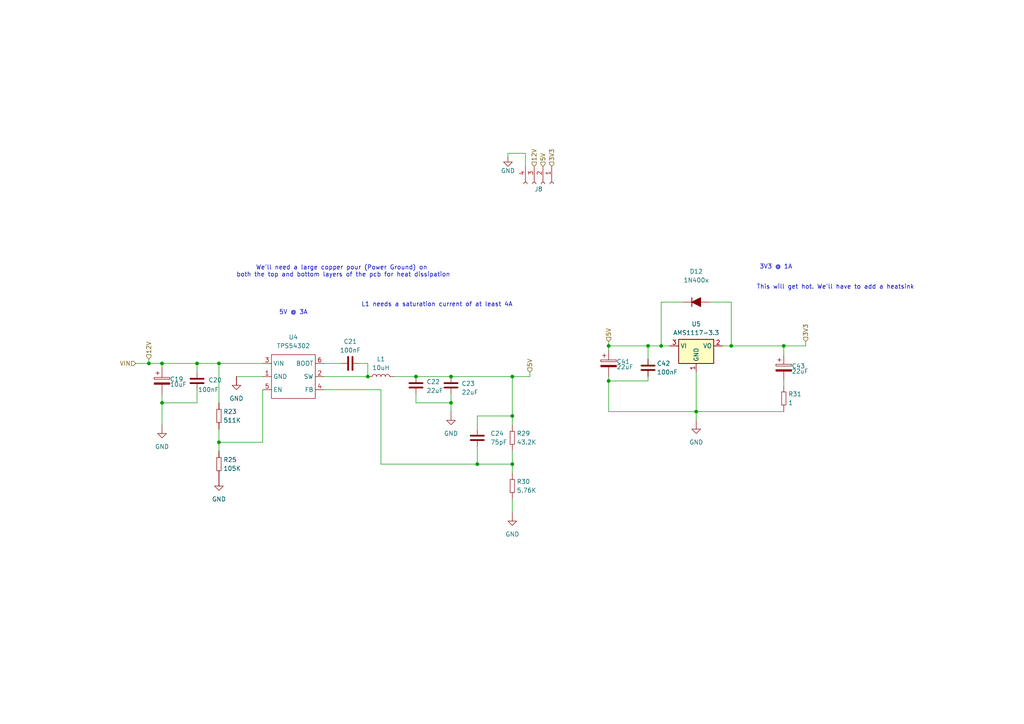
<source format=kicad_sch>
(kicad_sch
	(version 20250114)
	(generator "eeschema")
	(generator_version "9.0")
	(uuid "76272da4-bb58-4f13-b248-9adc2ce9be6a")
	(paper "A4")
	(lib_symbols
		(symbol "Connector:Conn_01x04_Socket"
			(pin_names
				(offset 1.016)
				(hide yes)
			)
			(exclude_from_sim no)
			(in_bom yes)
			(on_board yes)
			(property "Reference" "J"
				(at 0 5.08 0)
				(effects
					(font
						(size 1.27 1.27)
					)
				)
			)
			(property "Value" "Conn_01x04_Socket"
				(at 0 -7.62 0)
				(effects
					(font
						(size 1.27 1.27)
					)
				)
			)
			(property "Footprint" ""
				(at 0 0 0)
				(effects
					(font
						(size 1.27 1.27)
					)
					(hide yes)
				)
			)
			(property "Datasheet" "~"
				(at 0 0 0)
				(effects
					(font
						(size 1.27 1.27)
					)
					(hide yes)
				)
			)
			(property "Description" "Generic connector, single row, 01x04, script generated"
				(at 0 0 0)
				(effects
					(font
						(size 1.27 1.27)
					)
					(hide yes)
				)
			)
			(property "ki_locked" ""
				(at 0 0 0)
				(effects
					(font
						(size 1.27 1.27)
					)
				)
			)
			(property "ki_keywords" "connector"
				(at 0 0 0)
				(effects
					(font
						(size 1.27 1.27)
					)
					(hide yes)
				)
			)
			(property "ki_fp_filters" "Connector*:*_1x??_*"
				(at 0 0 0)
				(effects
					(font
						(size 1.27 1.27)
					)
					(hide yes)
				)
			)
			(symbol "Conn_01x04_Socket_1_1"
				(polyline
					(pts
						(xy -1.27 2.54) (xy -0.508 2.54)
					)
					(stroke
						(width 0.1524)
						(type default)
					)
					(fill
						(type none)
					)
				)
				(polyline
					(pts
						(xy -1.27 0) (xy -0.508 0)
					)
					(stroke
						(width 0.1524)
						(type default)
					)
					(fill
						(type none)
					)
				)
				(polyline
					(pts
						(xy -1.27 -2.54) (xy -0.508 -2.54)
					)
					(stroke
						(width 0.1524)
						(type default)
					)
					(fill
						(type none)
					)
				)
				(polyline
					(pts
						(xy -1.27 -5.08) (xy -0.508 -5.08)
					)
					(stroke
						(width 0.1524)
						(type default)
					)
					(fill
						(type none)
					)
				)
				(arc
					(start 0 2.032)
					(mid -0.5058 2.54)
					(end 0 3.048)
					(stroke
						(width 0.1524)
						(type default)
					)
					(fill
						(type none)
					)
				)
				(arc
					(start 0 -0.508)
					(mid -0.5058 0)
					(end 0 0.508)
					(stroke
						(width 0.1524)
						(type default)
					)
					(fill
						(type none)
					)
				)
				(arc
					(start 0 -3.048)
					(mid -0.5058 -2.54)
					(end 0 -2.032)
					(stroke
						(width 0.1524)
						(type default)
					)
					(fill
						(type none)
					)
				)
				(arc
					(start 0 -5.588)
					(mid -0.5058 -5.08)
					(end 0 -4.572)
					(stroke
						(width 0.1524)
						(type default)
					)
					(fill
						(type none)
					)
				)
				(pin passive line
					(at -5.08 2.54 0)
					(length 3.81)
					(name "Pin_1"
						(effects
							(font
								(size 1.27 1.27)
							)
						)
					)
					(number "1"
						(effects
							(font
								(size 1.27 1.27)
							)
						)
					)
				)
				(pin passive line
					(at -5.08 0 0)
					(length 3.81)
					(name "Pin_2"
						(effects
							(font
								(size 1.27 1.27)
							)
						)
					)
					(number "2"
						(effects
							(font
								(size 1.27 1.27)
							)
						)
					)
				)
				(pin passive line
					(at -5.08 -2.54 0)
					(length 3.81)
					(name "Pin_3"
						(effects
							(font
								(size 1.27 1.27)
							)
						)
					)
					(number "3"
						(effects
							(font
								(size 1.27 1.27)
							)
						)
					)
				)
				(pin passive line
					(at -5.08 -5.08 0)
					(length 3.81)
					(name "Pin_4"
						(effects
							(font
								(size 1.27 1.27)
							)
						)
					)
					(number "4"
						(effects
							(font
								(size 1.27 1.27)
							)
						)
					)
				)
			)
			(embedded_fonts no)
		)
		(symbol "Device:C_Polarized"
			(pin_numbers
				(hide yes)
			)
			(pin_names
				(offset 0.254)
			)
			(exclude_from_sim no)
			(in_bom yes)
			(on_board yes)
			(property "Reference" "C"
				(at 0.635 2.54 0)
				(effects
					(font
						(size 1.27 1.27)
					)
					(justify left)
				)
			)
			(property "Value" "C_Polarized"
				(at 0.635 -2.54 0)
				(effects
					(font
						(size 1.27 1.27)
					)
					(justify left)
				)
			)
			(property "Footprint" ""
				(at 0.9652 -3.81 0)
				(effects
					(font
						(size 1.27 1.27)
					)
					(hide yes)
				)
			)
			(property "Datasheet" "~"
				(at 0 0 0)
				(effects
					(font
						(size 1.27 1.27)
					)
					(hide yes)
				)
			)
			(property "Description" "Polarized capacitor"
				(at 0 0 0)
				(effects
					(font
						(size 1.27 1.27)
					)
					(hide yes)
				)
			)
			(property "ki_keywords" "cap capacitor"
				(at 0 0 0)
				(effects
					(font
						(size 1.27 1.27)
					)
					(hide yes)
				)
			)
			(property "ki_fp_filters" "CP_*"
				(at 0 0 0)
				(effects
					(font
						(size 1.27 1.27)
					)
					(hide yes)
				)
			)
			(symbol "C_Polarized_0_1"
				(rectangle
					(start -2.286 0.508)
					(end 2.286 1.016)
					(stroke
						(width 0)
						(type default)
					)
					(fill
						(type none)
					)
				)
				(polyline
					(pts
						(xy -1.778 2.286) (xy -0.762 2.286)
					)
					(stroke
						(width 0)
						(type default)
					)
					(fill
						(type none)
					)
				)
				(polyline
					(pts
						(xy -1.27 2.794) (xy -1.27 1.778)
					)
					(stroke
						(width 0)
						(type default)
					)
					(fill
						(type none)
					)
				)
				(rectangle
					(start 2.286 -0.508)
					(end -2.286 -1.016)
					(stroke
						(width 0)
						(type default)
					)
					(fill
						(type outline)
					)
				)
			)
			(symbol "C_Polarized_1_1"
				(pin passive line
					(at 0 3.81 270)
					(length 2.794)
					(name "~"
						(effects
							(font
								(size 1.27 1.27)
							)
						)
					)
					(number "1"
						(effects
							(font
								(size 1.27 1.27)
							)
						)
					)
				)
				(pin passive line
					(at 0 -3.81 90)
					(length 2.794)
					(name "~"
						(effects
							(font
								(size 1.27 1.27)
							)
						)
					)
					(number "2"
						(effects
							(font
								(size 1.27 1.27)
							)
						)
					)
				)
			)
			(embedded_fonts no)
		)
		(symbol "Regulator_Linear:AMS1117-3.3"
			(exclude_from_sim no)
			(in_bom yes)
			(on_board yes)
			(property "Reference" "U"
				(at -3.81 3.175 0)
				(effects
					(font
						(size 1.27 1.27)
					)
				)
			)
			(property "Value" "AMS1117-3.3"
				(at 0 3.175 0)
				(effects
					(font
						(size 1.27 1.27)
					)
					(justify left)
				)
			)
			(property "Footprint" "Package_TO_SOT_SMD:SOT-223-3_TabPin2"
				(at 0 5.08 0)
				(effects
					(font
						(size 1.27 1.27)
					)
					(hide yes)
				)
			)
			(property "Datasheet" "http://www.advanced-monolithic.com/pdf/ds1117.pdf"
				(at 2.54 -6.35 0)
				(effects
					(font
						(size 1.27 1.27)
					)
					(hide yes)
				)
			)
			(property "Description" "1A Low Dropout regulator, positive, 3.3V fixed output, SOT-223"
				(at 0 0 0)
				(effects
					(font
						(size 1.27 1.27)
					)
					(hide yes)
				)
			)
			(property "ki_keywords" "linear regulator ldo fixed positive"
				(at 0 0 0)
				(effects
					(font
						(size 1.27 1.27)
					)
					(hide yes)
				)
			)
			(property "ki_fp_filters" "SOT?223*TabPin2*"
				(at 0 0 0)
				(effects
					(font
						(size 1.27 1.27)
					)
					(hide yes)
				)
			)
			(symbol "AMS1117-3.3_0_1"
				(rectangle
					(start -5.08 -5.08)
					(end 5.08 1.905)
					(stroke
						(width 0.254)
						(type default)
					)
					(fill
						(type background)
					)
				)
			)
			(symbol "AMS1117-3.3_1_1"
				(pin power_in line
					(at -7.62 0 0)
					(length 2.54)
					(name "VI"
						(effects
							(font
								(size 1.27 1.27)
							)
						)
					)
					(number "3"
						(effects
							(font
								(size 1.27 1.27)
							)
						)
					)
				)
				(pin power_in line
					(at 0 -7.62 90)
					(length 2.54)
					(name "GND"
						(effects
							(font
								(size 1.27 1.27)
							)
						)
					)
					(number "1"
						(effects
							(font
								(size 1.27 1.27)
							)
						)
					)
				)
				(pin power_out line
					(at 7.62 0 180)
					(length 2.54)
					(name "VO"
						(effects
							(font
								(size 1.27 1.27)
							)
						)
					)
					(number "2"
						(effects
							(font
								(size 1.27 1.27)
							)
						)
					)
				)
			)
			(embedded_fonts no)
		)
		(symbol "air_sens_lib:TPS54302"
			(exclude_from_sim no)
			(in_bom yes)
			(on_board yes)
			(property "Reference" "U"
				(at 0 0 0)
				(effects
					(font
						(size 1.27 1.27)
					)
				)
			)
			(property "Value" ""
				(at 0 0 0)
				(effects
					(font
						(size 1.27 1.27)
					)
				)
			)
			(property "Footprint" ""
				(at 0 0 0)
				(effects
					(font
						(size 1.27 1.27)
					)
					(hide yes)
				)
			)
			(property "Datasheet" ""
				(at 0 0 0)
				(effects
					(font
						(size 1.27 1.27)
					)
					(hide yes)
				)
			)
			(property "Description" ""
				(at 0 0 0)
				(effects
					(font
						(size 1.27 1.27)
					)
					(hide yes)
				)
			)
			(symbol "TPS54302_0_1"
				(rectangle
					(start -6.35 15.24)
					(end 6.35 2.54)
					(stroke
						(width 0)
						(type default)
					)
					(fill
						(type none)
					)
				)
			)
			(symbol "TPS54302_1_1"
				(pin power_in line
					(at -8.89 12.7 0)
					(length 2.54)
					(name "VIN"
						(effects
							(font
								(size 1.27 1.27)
							)
						)
					)
					(number "3"
						(effects
							(font
								(size 1.27 1.27)
							)
						)
					)
				)
				(pin power_in line
					(at -8.89 8.89 0)
					(length 2.54)
					(name "GND"
						(effects
							(font
								(size 1.27 1.27)
							)
						)
					)
					(number "1"
						(effects
							(font
								(size 1.27 1.27)
							)
						)
					)
				)
				(pin input line
					(at -8.89 5.08 0)
					(length 2.54)
					(name "EN"
						(effects
							(font
								(size 1.27 1.27)
							)
						)
					)
					(number "5"
						(effects
							(font
								(size 1.27 1.27)
							)
						)
					)
				)
				(pin passive line
					(at 8.89 12.7 180)
					(length 2.54)
					(name "BOOT"
						(effects
							(font
								(size 1.27 1.27)
							)
						)
					)
					(number "6"
						(effects
							(font
								(size 1.27 1.27)
							)
						)
					)
				)
				(pin power_out line
					(at 8.89 8.89 180)
					(length 2.54)
					(name "SW"
						(effects
							(font
								(size 1.27 1.27)
							)
						)
					)
					(number "2"
						(effects
							(font
								(size 1.27 1.27)
							)
						)
					)
				)
				(pin input line
					(at 8.89 5.08 180)
					(length 2.54)
					(name "FB"
						(effects
							(font
								(size 1.27 1.27)
							)
						)
					)
					(number "4"
						(effects
							(font
								(size 1.27 1.27)
							)
						)
					)
				)
			)
			(embedded_fonts no)
		)
		(symbol "common:Capacitor"
			(pin_numbers
				(hide yes)
			)
			(exclude_from_sim no)
			(in_bom yes)
			(on_board yes)
			(property "Reference" "C"
				(at 0 3.5 0)
				(effects
					(font
						(size 1.27 1.27)
					)
				)
			)
			(property "Value" "F"
				(at 0 -4 0)
				(effects
					(font
						(size 1.27 1.27)
					)
				)
			)
			(property "Footprint" ""
				(at 0 0 0)
				(effects
					(font
						(size 1.27 1.27)
					)
					(hide yes)
				)
			)
			(property "Datasheet" ""
				(at 0 0 0)
				(effects
					(font
						(size 1.27 1.27)
					)
					(hide yes)
				)
			)
			(property "Description" "Unpolarized Capacitor"
				(at 0 -5.5 0)
				(effects
					(font
						(size 1.27 1.27)
					)
					(hide yes)
				)
			)
			(symbol "Capacitor_1_1"
				(polyline
					(pts
						(xy -0.635 1.905) (xy -0.635 -1.905)
					)
					(stroke
						(width 0.5)
						(type solid)
					)
					(fill
						(type none)
					)
				)
				(polyline
					(pts
						(xy 0.635 1.905) (xy 0.635 -1.905)
					)
					(stroke
						(width 0.5)
						(type solid)
					)
					(fill
						(type none)
					)
				)
				(pin passive line
					(at -2.54 0 0)
					(length 1.9)
					(name "~"
						(effects
							(font
								(size 1.27 1.27)
							)
						)
					)
					(number "1"
						(effects
							(font
								(size 1.27 1.27)
							)
						)
					)
				)
				(pin passive line
					(at 2.54 0 180)
					(length 1.9)
					(name "~"
						(effects
							(font
								(size 1.27 1.27)
							)
						)
					)
					(number "2"
						(effects
							(font
								(size 1.27 1.27)
							)
						)
					)
				)
			)
			(embedded_fonts no)
		)
		(symbol "common:Diode"
			(pin_numbers
				(hide yes)
			)
			(pin_names
				(hide yes)
			)
			(exclude_from_sim no)
			(in_bom yes)
			(on_board yes)
			(property "Reference" "D"
				(at 0 2 0)
				(effects
					(font
						(size 1.27 1.27)
					)
				)
			)
			(property "Value" "Diode"
				(at 0 -2.5 0)
				(effects
					(font
						(size 1.27 1.27)
					)
					(hide yes)
				)
			)
			(property "Footprint" ""
				(at 0 0 0)
				(effects
					(font
						(size 1.27 1.27)
					)
					(hide yes)
				)
			)
			(property "Datasheet" ""
				(at 0 0 0)
				(effects
					(font
						(size 1.27 1.27)
					)
					(hide yes)
				)
			)
			(property "Description" "Diode"
				(at 0 -4 0)
				(effects
					(font
						(size 1.27 1.27)
					)
					(hide yes)
				)
			)
			(symbol "Diode_1_1"
				(polyline
					(pts
						(xy -1.27 1.27) (xy -1.27 -1.27)
					)
					(stroke
						(width 0.25)
						(type solid)
					)
					(fill
						(type none)
					)
				)
				(polyline
					(pts
						(xy -1.27 0) (xy 1.27 1.27) (xy 1.27 -1.27) (xy -1.27 0)
					)
					(stroke
						(width 0.25)
						(type solid)
					)
					(fill
						(type outline)
					)
				)
				(pin passive line
					(at -3.81 0 0)
					(length 2.54)
					(name "K"
						(effects
							(font
								(size 1.27 1.27)
							)
						)
					)
					(number "1"
						(effects
							(font
								(size 1.27 1.27)
							)
						)
					)
				)
				(pin passive line
					(at 3.81 0 180)
					(length 2.54)
					(name "A"
						(effects
							(font
								(size 1.27 1.27)
							)
						)
					)
					(number "2"
						(effects
							(font
								(size 1.27 1.27)
							)
						)
					)
				)
			)
			(embedded_fonts no)
		)
		(symbol "common:Inductor"
			(pin_numbers
				(hide yes)
			)
			(exclude_from_sim no)
			(in_bom yes)
			(on_board yes)
			(property "Reference" "L"
				(at 0 -1 0)
				(effects
					(font
						(size 1.27 1.27)
					)
				)
			)
			(property "Value" "H"
				(at 0 1.5 0)
				(effects
					(font
						(size 1.27 1.27)
					)
				)
			)
			(property "Footprint" ""
				(at 0 0 0)
				(effects
					(font
						(size 1.27 1.27)
					)
					(hide yes)
				)
			)
			(property "Datasheet" ""
				(at 0 0 0)
				(effects
					(font
						(size 1.27 1.27)
					)
					(hide yes)
				)
			)
			(property "Description" "Inductor"
				(at 0 -2.5 0)
				(effects
					(font
						(size 1.27 1.27)
					)
					(hide yes)
				)
			)
			(symbol "Inductor_0_1"
				(arc
					(start -2.54 0)
					(mid -1.905 0.635)
					(end -1.27 0)
					(stroke
						(width 0)
						(type default)
					)
					(fill
						(type none)
					)
				)
				(arc
					(start -1.27 0)
					(mid -0.635 0.635)
					(end 0 0)
					(stroke
						(width 0)
						(type default)
					)
					(fill
						(type none)
					)
				)
				(arc
					(start 0 0)
					(mid 0.635 0.635)
					(end 1.27 0)
					(stroke
						(width 0)
						(type default)
					)
					(fill
						(type none)
					)
				)
				(arc
					(start 1.27 0)
					(mid 1.905 0.635)
					(end 2.54 0)
					(stroke
						(width 0)
						(type default)
					)
					(fill
						(type none)
					)
				)
			)
			(symbol "Inductor_1_0"
				(pin passive line
					(at -3.81 0 0)
					(length 1.26)
					(name "~"
						(effects
							(font
								(size 1.27 1.27)
							)
						)
					)
					(number "1"
						(effects
							(font
								(size 1.27 1.27)
							)
						)
					)
				)
				(pin passive line
					(at 3.81 0 180)
					(length 1.26)
					(name "~"
						(effects
							(font
								(size 1.27 1.27)
							)
						)
					)
					(number "2"
						(effects
							(font
								(size 1.27 1.27)
							)
						)
					)
				)
			)
			(embedded_fonts no)
		)
		(symbol "common:Resistor"
			(pin_numbers
				(hide yes)
			)
			(exclude_from_sim no)
			(in_bom yes)
			(on_board yes)
			(property "Reference" "R"
				(at 0 -2 0)
				(effects
					(font
						(size 1.27 1.27)
					)
				)
			)
			(property "Value" "Ohm"
				(at 0 2 0)
				(effects
					(font
						(size 1.27 1.27)
					)
				)
			)
			(property "Footprint" ""
				(at 0 0 0)
				(effects
					(font
						(size 1.27 1.27)
					)
					(hide yes)
				)
			)
			(property "Datasheet" ""
				(at 0 0 0)
				(effects
					(font
						(size 1.27 1.27)
					)
					(hide yes)
				)
			)
			(property "Description" "Resistor"
				(at 0 -3.5 0)
				(effects
					(font
						(size 1.27 1.27)
					)
					(hide yes)
				)
			)
			(symbol "Resistor_0_1"
				(rectangle
					(start -1.905 0.635)
					(end 1.905 -0.635)
					(stroke
						(width 0)
						(type default)
					)
					(fill
						(type none)
					)
				)
			)
			(symbol "Resistor_1_1"
				(pin passive line
					(at -3.81 0 0)
					(length 1.9)
					(name "~"
						(effects
							(font
								(size 1.27 1.27)
							)
						)
					)
					(number "1"
						(effects
							(font
								(size 1.27 1.27)
							)
						)
					)
				)
				(pin passive line
					(at 3.81 0 180)
					(length 1.9)
					(name "~"
						(effects
							(font
								(size 1.27 1.27)
							)
						)
					)
					(number "2"
						(effects
							(font
								(size 1.27 1.27)
							)
						)
					)
				)
			)
			(embedded_fonts no)
		)
		(symbol "power:GND"
			(power)
			(pin_numbers
				(hide yes)
			)
			(pin_names
				(offset 0)
				(hide yes)
			)
			(exclude_from_sim no)
			(in_bom yes)
			(on_board yes)
			(property "Reference" "#PWR"
				(at 0 -6.35 0)
				(effects
					(font
						(size 1.27 1.27)
					)
					(hide yes)
				)
			)
			(property "Value" "GND"
				(at 0 -3.81 0)
				(effects
					(font
						(size 1.27 1.27)
					)
				)
			)
			(property "Footprint" ""
				(at 0 0 0)
				(effects
					(font
						(size 1.27 1.27)
					)
					(hide yes)
				)
			)
			(property "Datasheet" ""
				(at 0 0 0)
				(effects
					(font
						(size 1.27 1.27)
					)
					(hide yes)
				)
			)
			(property "Description" "Power symbol creates a global label with name \"GND\" , ground"
				(at 0 0 0)
				(effects
					(font
						(size 1.27 1.27)
					)
					(hide yes)
				)
			)
			(property "ki_keywords" "global power"
				(at 0 0 0)
				(effects
					(font
						(size 1.27 1.27)
					)
					(hide yes)
				)
			)
			(symbol "GND_0_1"
				(polyline
					(pts
						(xy 0 0) (xy 0 -1.27) (xy 1.27 -1.27) (xy 0 -2.54) (xy -1.27 -1.27) (xy 0 -1.27)
					)
					(stroke
						(width 0)
						(type default)
					)
					(fill
						(type none)
					)
				)
			)
			(symbol "GND_1_1"
				(pin power_in line
					(at 0 0 270)
					(length 0)
					(name "~"
						(effects
							(font
								(size 1.27 1.27)
							)
						)
					)
					(number "1"
						(effects
							(font
								(size 1.27 1.27)
							)
						)
					)
				)
			)
			(embedded_fonts no)
		)
		(symbol "pwr:GND"
			(power)
			(pin_numbers
				(hide yes)
			)
			(exclude_from_sim no)
			(in_bom no)
			(on_board no)
			(property "Reference" "#GND"
				(at 0 13 0)
				(effects
					(font
						(size 1.27 1.27)
					)
					(hide yes)
				)
			)
			(property "Value" "GND"
				(at 0 -2.5 0)
				(effects
					(font
						(size 1.27 1.27)
					)
				)
			)
			(property "Footprint" ""
				(at 0 0 0)
				(effects
					(font
						(size 1.27 1.27)
					)
					(hide yes)
				)
			)
			(property "Datasheet" ""
				(at 0 0 0)
				(effects
					(font
						(size 1.27 1.27)
					)
					(hide yes)
				)
			)
			(property "Description" "Ground"
				(at 0 -4.5 0)
				(effects
					(font
						(size 1.27 1.27)
					)
					(hide yes)
				)
			)
			(symbol "GND_0_1"
				(polyline
					(pts
						(xy 0 0) (xy 1.27 0) (xy 0 -1.27) (xy -1.27 0) (xy 0 0)
					)
					(stroke
						(width 0)
						(type default)
					)
					(fill
						(type none)
					)
				)
			)
			(symbol "GND_1_1"
				(pin power_in line
					(at 0 2.54 270)
					(length 2.54)
					(name "~"
						(effects
							(font
								(size 1.27 1.27)
							)
						)
					)
					(number "1"
						(effects
							(font
								(size 1.27 1.27)
							)
						)
					)
				)
			)
			(embedded_fonts no)
		)
	)
	(text "We'll need a large copper pour (Power Ground) on \nboth the top and bottom layers of the pcb for heat dissipation"
		(exclude_from_sim no)
		(at 99.568 78.74 0)
		(effects
			(font
				(size 1.27 1.27)
			)
		)
		(uuid "30015023-3973-415e-8353-73819287f24e")
	)
	(text "5V @ 3A"
		(exclude_from_sim no)
		(at 85.09 90.678 0)
		(effects
			(font
				(size 1.27 1.27)
			)
		)
		(uuid "9bed903c-38ca-42bd-a9eb-f587c379a3b8")
	)
	(text "L1 needs a saturation current of at least 4A"
		(exclude_from_sim no)
		(at 126.746 88.392 0)
		(effects
			(font
				(size 1.27 1.27)
			)
		)
		(uuid "b5407a5d-2894-4505-b75f-fcba2f4e4b97")
	)
	(text "This will get hot. We'll have to add a heatsink"
		(exclude_from_sim no)
		(at 242.316 83.312 0)
		(effects
			(font
				(size 1.27 1.27)
			)
		)
		(uuid "d78ac867-b150-4605-9e93-5059c2555375")
	)
	(text "3V3 @ 1A"
		(exclude_from_sim no)
		(at 225.044 77.47 0)
		(effects
			(font
				(size 1.27 1.27)
			)
		)
		(uuid "de49b3eb-a3da-419b-932a-e74c5394fef7")
	)
	(junction
		(at 191.77 100.33)
		(diameter 0)
		(color 0 0 0 0)
		(uuid "02ad6d67-601e-49b1-8351-38003c8a5e27")
	)
	(junction
		(at 106.68 109.22)
		(diameter 0)
		(color 0 0 0 0)
		(uuid "07dedf6a-376c-4c68-996a-a05601922b42")
	)
	(junction
		(at 57.15 105.41)
		(diameter 0)
		(color 0 0 0 0)
		(uuid "19043df4-724f-4688-93be-086d16c3a745")
	)
	(junction
		(at 148.59 134.62)
		(diameter 0)
		(color 0 0 0 0)
		(uuid "1ce16076-683f-44e9-bfce-d29ff6acd999")
	)
	(junction
		(at 201.93 119.38)
		(diameter 0)
		(color 0 0 0 0)
		(uuid "1d27e3a5-8096-4606-b02a-c62fa7991f84")
	)
	(junction
		(at 46.99 105.41)
		(diameter 0)
		(color 0 0 0 0)
		(uuid "3e42b728-8eff-4f8f-8019-0439c43e6165")
	)
	(junction
		(at 176.53 100.33)
		(diameter 0)
		(color 0 0 0 0)
		(uuid "43d00e55-1b26-4e2e-bf66-15f27f7a02b1")
	)
	(junction
		(at 176.53 110.49)
		(diameter 0)
		(color 0 0 0 0)
		(uuid "4741bbe3-40ad-4cf2-8b41-059c90a0e9af")
	)
	(junction
		(at 43.18 105.41)
		(diameter 0)
		(color 0 0 0 0)
		(uuid "48969c03-d005-4b05-b20b-d6adc3b104e8")
	)
	(junction
		(at 63.5 128.27)
		(diameter 0)
		(color 0 0 0 0)
		(uuid "574d4a0c-c831-4946-997b-193164151f51")
	)
	(junction
		(at 148.59 120.65)
		(diameter 0)
		(color 0 0 0 0)
		(uuid "5ce5ea36-d137-4774-9a0b-d49f1a985aaf")
	)
	(junction
		(at 120.65 109.22)
		(diameter 0)
		(color 0 0 0 0)
		(uuid "6233dad3-6025-45d8-8371-d9ca1fa84fac")
	)
	(junction
		(at 212.09 100.33)
		(diameter 0)
		(color 0 0 0 0)
		(uuid "62cef765-2226-4e85-8d6e-f8a069df7ab6")
	)
	(junction
		(at 63.5 105.41)
		(diameter 0)
		(color 0 0 0 0)
		(uuid "95420a32-8000-4b2f-a8db-765c174d04eb")
	)
	(junction
		(at 148.59 109.22)
		(diameter 0)
		(color 0 0 0 0)
		(uuid "aa1b1fe6-ef8e-4f75-b9c5-96814171814d")
	)
	(junction
		(at 130.81 109.22)
		(diameter 0)
		(color 0 0 0 0)
		(uuid "c540eaeb-5218-4494-bf56-2e4300f09a98")
	)
	(junction
		(at 46.99 116.84)
		(diameter 0)
		(color 0 0 0 0)
		(uuid "c601c209-f589-4492-a504-df642c09d10f")
	)
	(junction
		(at 130.81 116.84)
		(diameter 0)
		(color 0 0 0 0)
		(uuid "e323f521-d64b-4f30-95e9-451f711023bd")
	)
	(junction
		(at 138.43 134.62)
		(diameter 0)
		(color 0 0 0 0)
		(uuid "e40f3294-510b-46c2-a4c5-de30b8503e01")
	)
	(junction
		(at 187.96 100.33)
		(diameter 0)
		(color 0 0 0 0)
		(uuid "eac62199-f481-48c3-aed6-8a10659d8eaf")
	)
	(junction
		(at 227.33 100.33)
		(diameter 0)
		(color 0 0 0 0)
		(uuid "edded31c-b0a0-42cb-8863-7e691b324665")
	)
	(wire
		(pts
			(xy 187.96 100.33) (xy 191.77 100.33)
		)
		(stroke
			(width 0)
			(type default)
		)
		(uuid "03ee5bb0-1304-469d-8413-880477b67c47")
	)
	(wire
		(pts
			(xy 176.53 100.33) (xy 176.53 101.6)
		)
		(stroke
			(width 0)
			(type default)
		)
		(uuid "041527a1-d29b-4974-b4d7-2b5fccf9f885")
	)
	(wire
		(pts
			(xy 63.5 124.46) (xy 63.5 128.27)
		)
		(stroke
			(width 0)
			(type default)
		)
		(uuid "0ad08f01-17fd-4a9f-b87a-192fd4090b52")
	)
	(wire
		(pts
			(xy 191.77 100.33) (xy 194.31 100.33)
		)
		(stroke
			(width 0)
			(type default)
		)
		(uuid "0cd01030-a0b2-4fca-9f3e-5c906c62e9a4")
	)
	(wire
		(pts
			(xy 138.43 134.62) (xy 148.59 134.62)
		)
		(stroke
			(width 0)
			(type default)
		)
		(uuid "1032b301-0dd1-4da3-b45c-f88eb0690f84")
	)
	(wire
		(pts
			(xy 148.59 120.65) (xy 148.59 123.19)
		)
		(stroke
			(width 0)
			(type default)
		)
		(uuid "1378dc53-1e2b-4921-99bf-ec0c0487fd26")
	)
	(wire
		(pts
			(xy 104.14 105.41) (xy 106.68 105.41)
		)
		(stroke
			(width 0)
			(type default)
		)
		(uuid "1472c864-29c3-4064-b153-689be94534fe")
	)
	(wire
		(pts
			(xy 148.59 130.81) (xy 148.59 134.62)
		)
		(stroke
			(width 0)
			(type default)
		)
		(uuid "18b4497c-b8c7-403a-812e-9551a2b0ce32")
	)
	(wire
		(pts
			(xy 43.18 105.41) (xy 46.99 105.41)
		)
		(stroke
			(width 0)
			(type default)
		)
		(uuid "19289da2-59df-41ee-ae97-da98f6db9186")
	)
	(wire
		(pts
			(xy 76.2 113.03) (xy 76.2 128.27)
		)
		(stroke
			(width 0)
			(type default)
		)
		(uuid "1a81ffea-1497-4790-9414-e3cc5b5cd246")
	)
	(wire
		(pts
			(xy 201.93 119.38) (xy 227.33 119.38)
		)
		(stroke
			(width 0)
			(type default)
		)
		(uuid "1dba5944-a012-4d7f-9bac-708f5f96013c")
	)
	(wire
		(pts
			(xy 148.59 109.22) (xy 148.59 120.65)
		)
		(stroke
			(width 0)
			(type default)
		)
		(uuid "2049ac30-efec-46e7-bcb9-a7df74632c77")
	)
	(wire
		(pts
			(xy 76.2 105.41) (xy 63.5 105.41)
		)
		(stroke
			(width 0)
			(type default)
		)
		(uuid "213ab6e1-a243-4339-8c97-8df2d889d0f0")
	)
	(wire
		(pts
			(xy 68.58 109.22) (xy 76.2 109.22)
		)
		(stroke
			(width 0)
			(type default)
		)
		(uuid "24eed833-d465-4192-b5fd-5ac377fba37a")
	)
	(wire
		(pts
			(xy 110.49 134.62) (xy 138.43 134.62)
		)
		(stroke
			(width 0)
			(type default)
		)
		(uuid "28eda4d6-6bbc-4de2-bd13-3afea10128cd")
	)
	(wire
		(pts
			(xy 152.4 48.26) (xy 152.4 44.45)
		)
		(stroke
			(width 0)
			(type default)
		)
		(uuid "2d8f8592-9353-4624-bd78-157055127864")
	)
	(wire
		(pts
			(xy 57.15 105.41) (xy 46.99 105.41)
		)
		(stroke
			(width 0)
			(type default)
		)
		(uuid "2f2a6e00-8593-4a32-86be-f1f778f77a89")
	)
	(wire
		(pts
			(xy 212.09 87.63) (xy 205.74 87.63)
		)
		(stroke
			(width 0)
			(type default)
		)
		(uuid "2ffb8c90-e124-4f35-9980-23347d677a11")
	)
	(wire
		(pts
			(xy 138.43 120.65) (xy 138.43 124.46)
		)
		(stroke
			(width 0)
			(type default)
		)
		(uuid "30578523-f0cd-412f-a212-94e1513be8a2")
	)
	(wire
		(pts
			(xy 209.55 100.33) (xy 212.09 100.33)
		)
		(stroke
			(width 0)
			(type default)
		)
		(uuid "34164ff8-b9bf-4fb4-bb20-62feda7edcbc")
	)
	(wire
		(pts
			(xy 176.53 99.06) (xy 176.53 100.33)
		)
		(stroke
			(width 0)
			(type default)
		)
		(uuid "42cbe49f-4d2e-4818-91bc-2fd492cabadb")
	)
	(wire
		(pts
			(xy 120.65 109.22) (xy 130.81 109.22)
		)
		(stroke
			(width 0)
			(type default)
		)
		(uuid "441b33ce-4202-411d-99c0-28de3ab6c3ef")
	)
	(wire
		(pts
			(xy 76.2 128.27) (xy 63.5 128.27)
		)
		(stroke
			(width 0)
			(type default)
		)
		(uuid "4a710f6f-88a4-48bb-b3d4-5cc51d6ddbff")
	)
	(wire
		(pts
			(xy 57.15 105.41) (xy 57.15 107.95)
		)
		(stroke
			(width 0)
			(type default)
		)
		(uuid "4a806786-a0f3-4b49-8105-306f1360a92d")
	)
	(wire
		(pts
			(xy 46.99 114.3) (xy 46.99 116.84)
		)
		(stroke
			(width 0)
			(type default)
		)
		(uuid "4a8b4d9f-524e-4b69-a3cd-b917dba71643")
	)
	(wire
		(pts
			(xy 106.68 105.41) (xy 106.68 109.22)
		)
		(stroke
			(width 0)
			(type default)
		)
		(uuid "5045fbb4-fc8f-454e-ba49-d56ea308cc2d")
	)
	(wire
		(pts
			(xy 138.43 129.54) (xy 138.43 134.62)
		)
		(stroke
			(width 0)
			(type default)
		)
		(uuid "5313a04b-ee6b-44fa-a26e-7f7998cc95c9")
	)
	(wire
		(pts
			(xy 63.5 105.41) (xy 63.5 116.84)
		)
		(stroke
			(width 0)
			(type default)
		)
		(uuid "54209ffe-8955-42ad-8508-5e140a2cd4d5")
	)
	(wire
		(pts
			(xy 46.99 116.84) (xy 46.99 123.19)
		)
		(stroke
			(width 0)
			(type default)
		)
		(uuid "55953e63-993d-4aaa-bdb5-20d2b8f3ac80")
	)
	(wire
		(pts
			(xy 187.96 100.33) (xy 187.96 104.14)
		)
		(stroke
			(width 0)
			(type default)
		)
		(uuid "5b303d5c-c892-465e-8fd6-193ff02ba4d2")
	)
	(wire
		(pts
			(xy 212.09 100.33) (xy 212.09 87.63)
		)
		(stroke
			(width 0)
			(type default)
		)
		(uuid "5f4551ca-9562-435f-bc53-a35a2130a82a")
	)
	(wire
		(pts
			(xy 201.93 107.95) (xy 201.93 119.38)
		)
		(stroke
			(width 0)
			(type default)
		)
		(uuid "5f693b2f-7360-4470-afc1-3f5ca556fcd4")
	)
	(wire
		(pts
			(xy 148.59 144.78) (xy 148.59 148.59)
		)
		(stroke
			(width 0)
			(type default)
		)
		(uuid "5f7ec0bc-27be-49d4-bf51-2c8e5d441caa")
	)
	(wire
		(pts
			(xy 120.65 114.3) (xy 120.65 116.84)
		)
		(stroke
			(width 0)
			(type default)
		)
		(uuid "60e3461b-924a-44c0-b6bf-7fe4745858d5")
	)
	(wire
		(pts
			(xy 130.81 116.84) (xy 130.81 119.38)
		)
		(stroke
			(width 0)
			(type default)
		)
		(uuid "657de140-6aa3-4f76-852a-cf95b1c2a191")
	)
	(wire
		(pts
			(xy 191.77 87.63) (xy 191.77 100.33)
		)
		(stroke
			(width 0)
			(type default)
		)
		(uuid "6e451970-dbba-44dc-9f99-b2486025a1c0")
	)
	(wire
		(pts
			(xy 57.15 113.03) (xy 57.15 116.84)
		)
		(stroke
			(width 0)
			(type default)
		)
		(uuid "6fffb3bf-09d0-4a62-807c-becdb9000509")
	)
	(wire
		(pts
			(xy 153.67 107.95) (xy 153.67 109.22)
		)
		(stroke
			(width 0)
			(type default)
		)
		(uuid "717798c7-7e63-431b-bff5-ea1d01618f31")
	)
	(wire
		(pts
			(xy 130.81 109.22) (xy 148.59 109.22)
		)
		(stroke
			(width 0)
			(type default)
		)
		(uuid "765aced1-ef93-4563-91cd-f4307961382b")
	)
	(wire
		(pts
			(xy 130.81 114.3) (xy 130.81 116.84)
		)
		(stroke
			(width 0)
			(type default)
		)
		(uuid "79155413-d603-4fd6-9c48-be1a08c22ac1")
	)
	(wire
		(pts
			(xy 120.65 116.84) (xy 130.81 116.84)
		)
		(stroke
			(width 0)
			(type default)
		)
		(uuid "7ab98979-d69b-4dfd-9724-c09fbfb423b6")
	)
	(wire
		(pts
			(xy 93.98 109.22) (xy 106.68 109.22)
		)
		(stroke
			(width 0)
			(type default)
		)
		(uuid "7b7b34f8-a6ba-4920-a345-fc6abc3ff338")
	)
	(wire
		(pts
			(xy 110.49 113.03) (xy 110.49 134.62)
		)
		(stroke
			(width 0)
			(type default)
		)
		(uuid "7f11f226-e22e-4441-8209-10017ccf3c93")
	)
	(wire
		(pts
			(xy 187.96 109.22) (xy 187.96 110.49)
		)
		(stroke
			(width 0)
			(type default)
		)
		(uuid "80733b79-6f33-4fd7-a6e7-02f59e40bac9")
	)
	(wire
		(pts
			(xy 227.33 110.49) (xy 227.33 111.76)
		)
		(stroke
			(width 0)
			(type default)
		)
		(uuid "8dc0c1b9-ca1b-45dc-9e9c-c211edde4946")
	)
	(wire
		(pts
			(xy 176.53 100.33) (xy 187.96 100.33)
		)
		(stroke
			(width 0)
			(type default)
		)
		(uuid "a43fb625-d1d2-496a-abe2-21d6a290a34e")
	)
	(wire
		(pts
			(xy 93.98 113.03) (xy 110.49 113.03)
		)
		(stroke
			(width 0)
			(type default)
		)
		(uuid "a5825080-d227-417b-9290-ebfb0a59ae9c")
	)
	(wire
		(pts
			(xy 63.5 128.27) (xy 63.5 130.81)
		)
		(stroke
			(width 0)
			(type default)
		)
		(uuid "a7e8e2dd-e6c9-453a-b6c2-23a3afad963e")
	)
	(wire
		(pts
			(xy 176.53 109.22) (xy 176.53 110.49)
		)
		(stroke
			(width 0)
			(type default)
		)
		(uuid "abf8db4d-eda1-4d39-8dc2-c4cbb22d3487")
	)
	(wire
		(pts
			(xy 176.53 119.38) (xy 201.93 119.38)
		)
		(stroke
			(width 0)
			(type default)
		)
		(uuid "b03fdb35-f0f7-4043-ac1a-7fafbc340e57")
	)
	(wire
		(pts
			(xy 148.59 120.65) (xy 138.43 120.65)
		)
		(stroke
			(width 0)
			(type default)
		)
		(uuid "b7a93ceb-16ea-4bb8-9a00-4c546d2d3e84")
	)
	(wire
		(pts
			(xy 147.32 44.45) (xy 147.32 45.72)
		)
		(stroke
			(width 0)
			(type default)
		)
		(uuid "b7d23217-a1bd-4ed2-b0ef-873a8d94a3f9")
	)
	(wire
		(pts
			(xy 46.99 105.41) (xy 46.99 106.68)
		)
		(stroke
			(width 0)
			(type default)
		)
		(uuid "bc5fb4e6-1746-4841-8e28-cfb8926f7d86")
	)
	(wire
		(pts
			(xy 212.09 100.33) (xy 227.33 100.33)
		)
		(stroke
			(width 0)
			(type default)
		)
		(uuid "bed966a8-bd44-41df-9fc4-86d0f65b7525")
	)
	(wire
		(pts
			(xy 201.93 119.38) (xy 201.93 121.92)
		)
		(stroke
			(width 0)
			(type default)
		)
		(uuid "bee73e0e-1612-4d8c-a38b-d7e81cc59903")
	)
	(wire
		(pts
			(xy 152.4 44.45) (xy 147.32 44.45)
		)
		(stroke
			(width 0)
			(type default)
		)
		(uuid "c007f928-722b-434b-9641-f5e0cb287f09")
	)
	(wire
		(pts
			(xy 63.5 105.41) (xy 57.15 105.41)
		)
		(stroke
			(width 0)
			(type default)
		)
		(uuid "cb8cb39f-18cc-4429-8aba-ba501d8553e7")
	)
	(wire
		(pts
			(xy 233.68 99.06) (xy 233.68 100.33)
		)
		(stroke
			(width 0)
			(type default)
		)
		(uuid "ce2ea345-1074-42c7-ae2c-4853ca6aded5")
	)
	(wire
		(pts
			(xy 176.53 110.49) (xy 187.96 110.49)
		)
		(stroke
			(width 0)
			(type default)
		)
		(uuid "d57d2628-b777-4638-b151-82471ad7f4fa")
	)
	(wire
		(pts
			(xy 43.18 104.14) (xy 43.18 105.41)
		)
		(stroke
			(width 0)
			(type default)
		)
		(uuid "d68f4841-8d58-4517-959d-654ad6d94006")
	)
	(wire
		(pts
			(xy 57.15 116.84) (xy 46.99 116.84)
		)
		(stroke
			(width 0)
			(type default)
		)
		(uuid "df2e8d6a-3a06-44b1-9d09-b840c47bbf66")
	)
	(wire
		(pts
			(xy 198.12 87.63) (xy 191.77 87.63)
		)
		(stroke
			(width 0)
			(type default)
		)
		(uuid "e07bbef7-3a5c-41e0-afcc-fa4b30f672cb")
	)
	(wire
		(pts
			(xy 93.98 105.41) (xy 99.06 105.41)
		)
		(stroke
			(width 0)
			(type default)
		)
		(uuid "e15ec8e8-ec18-44c2-a2fc-cc9f4a61b908")
	)
	(wire
		(pts
			(xy 148.59 134.62) (xy 148.59 137.16)
		)
		(stroke
			(width 0)
			(type default)
		)
		(uuid "e9573d1a-1567-4d88-99bb-f3ca459de45c")
	)
	(wire
		(pts
			(xy 176.53 110.49) (xy 176.53 119.38)
		)
		(stroke
			(width 0)
			(type default)
		)
		(uuid "e9acc72d-3d14-4958-ad04-0489168409a6")
	)
	(wire
		(pts
			(xy 114.3 109.22) (xy 120.65 109.22)
		)
		(stroke
			(width 0)
			(type default)
		)
		(uuid "f1aa6ac9-8317-442d-b5d2-944f7f12e20a")
	)
	(wire
		(pts
			(xy 227.33 100.33) (xy 233.68 100.33)
		)
		(stroke
			(width 0)
			(type default)
		)
		(uuid "f4afd001-7be9-4ffc-90a4-6b7791cd33f8")
	)
	(wire
		(pts
			(xy 148.59 109.22) (xy 153.67 109.22)
		)
		(stroke
			(width 0)
			(type default)
		)
		(uuid "fbea973f-8449-48a6-a533-3744d53d5409")
	)
	(wire
		(pts
			(xy 227.33 100.33) (xy 227.33 102.87)
		)
		(stroke
			(width 0)
			(type default)
		)
		(uuid "ff5c93bc-e73f-4f9b-82dc-4866960f9a47")
	)
	(wire
		(pts
			(xy 39.37 105.41) (xy 43.18 105.41)
		)
		(stroke
			(width 0)
			(type default)
		)
		(uuid "ffb57307-7e4c-42d6-91f4-b5f30d5bec04")
	)
	(hierarchical_label "VIN"
		(shape input)
		(at 39.37 105.41 180)
		(effects
			(font
				(size 1.27 1.27)
			)
			(justify right)
		)
		(uuid "54bea8d4-2f65-4a20-8b41-66aa7f47ab1b")
	)
	(hierarchical_label "5V"
		(shape input)
		(at 157.48 48.26 90)
		(effects
			(font
				(size 1.27 1.27)
			)
			(justify left)
		)
		(uuid "7811010e-83ec-4a82-aed0-589d744e66b5")
	)
	(hierarchical_label "5V"
		(shape input)
		(at 176.53 99.06 90)
		(effects
			(font
				(size 1.27 1.27)
			)
			(justify left)
		)
		(uuid "88626563-0309-4ba4-b685-5753aa1841da")
	)
	(hierarchical_label "5V"
		(shape input)
		(at 153.67 107.95 90)
		(effects
			(font
				(size 1.27 1.27)
			)
			(justify left)
		)
		(uuid "a50a30f9-2abc-4c45-98f2-cc80ba7c4d6a")
	)
	(hierarchical_label "3V3"
		(shape input)
		(at 233.68 99.06 90)
		(effects
			(font
				(size 1.27 1.27)
			)
			(justify left)
		)
		(uuid "b1c060f5-1a59-4db5-b859-52aade6f7b32")
	)
	(hierarchical_label "12V"
		(shape input)
		(at 43.18 104.14 90)
		(effects
			(font
				(size 1.27 1.27)
			)
			(justify left)
		)
		(uuid "bfc62e01-8993-47ec-9867-fd95a117097c")
	)
	(hierarchical_label "12V"
		(shape input)
		(at 154.94 48.26 90)
		(effects
			(font
				(size 1.27 1.27)
			)
			(justify left)
		)
		(uuid "e0795eb8-17a9-4ac0-997d-36597aef90d6")
	)
	(hierarchical_label "3V3"
		(shape input)
		(at 160.02 48.26 90)
		(effects
			(font
				(size 1.27 1.27)
			)
			(justify left)
		)
		(uuid "eed9fc61-880c-45d0-8aba-435a8b0cbf99")
	)
	(symbol
		(lib_id "common:Resistor")
		(at 148.59 127 90)
		(unit 1)
		(exclude_from_sim no)
		(in_bom yes)
		(on_board yes)
		(dnp no)
		(uuid "058e29c1-ec08-4b89-a9c7-22a1f54616c6")
		(property "Reference" "R29"
			(at 149.86 125.7299 90)
			(effects
				(font
					(size 1.27 1.27)
				)
				(justify right)
			)
		)
		(property "Value" "43.2K"
			(at 149.86 128.2699 90)
			(effects
				(font
					(size 1.27 1.27)
				)
				(justify right)
			)
		)
		(property "Footprint" "Resistor_SMD:R_0603_1608Metric_Pad0.98x0.95mm_HandSolder"
			(at 148.59 127 0)
			(effects
				(font
					(size 1.27 1.27)
				)
				(hide yes)
			)
		)
		(property "Datasheet" ""
			(at 148.59 127 0)
			(effects
				(font
					(size 1.27 1.27)
				)
				(hide yes)
			)
		)
		(property "Description" "Resistor"
			(at 152.09 127 0)
			(effects
				(font
					(size 1.27 1.27)
				)
				(hide yes)
			)
		)
		(pin "2"
			(uuid "4414aaeb-3ef3-4618-b012-ff773e070067")
		)
		(pin "1"
			(uuid "4ca343c1-139a-42ca-95ba-44320ebab699")
		)
		(instances
			(project "car"
				(path "/d4bcaa97-404f-4040-88d9-84162ce8c00c/a4990fd5-4803-4bbe-ae85-7a761a32100a"
					(reference "R29")
					(unit 1)
				)
			)
		)
	)
	(symbol
		(lib_id "common:Resistor")
		(at 63.5 120.65 90)
		(unit 1)
		(exclude_from_sim no)
		(in_bom yes)
		(on_board yes)
		(dnp no)
		(fields_autoplaced yes)
		(uuid "1a280bd9-8c47-4728-accc-451bb9de19da")
		(property "Reference" "R23"
			(at 64.77 119.3799 90)
			(effects
				(font
					(size 1.27 1.27)
				)
				(justify right)
			)
		)
		(property "Value" "511K"
			(at 64.77 121.9199 90)
			(effects
				(font
					(size 1.27 1.27)
				)
				(justify right)
			)
		)
		(property "Footprint" "Resistor_SMD:R_0603_1608Metric_Pad0.98x0.95mm_HandSolder"
			(at 63.5 120.65 0)
			(effects
				(font
					(size 1.27 1.27)
				)
				(hide yes)
			)
		)
		(property "Datasheet" ""
			(at 63.5 120.65 0)
			(effects
				(font
					(size 1.27 1.27)
				)
				(hide yes)
			)
		)
		(property "Description" "Resistor"
			(at 67 120.65 0)
			(effects
				(font
					(size 1.27 1.27)
				)
				(hide yes)
			)
		)
		(pin "2"
			(uuid "f14b47c3-4100-49a7-89a5-2f081ae4b4a2")
		)
		(pin "1"
			(uuid "5fadcd1a-d4b8-4524-af8e-c7e1ed4aaccf")
		)
		(instances
			(project "car"
				(path "/d4bcaa97-404f-4040-88d9-84162ce8c00c/a4990fd5-4803-4bbe-ae85-7a761a32100a"
					(reference "R23")
					(unit 1)
				)
			)
		)
	)
	(symbol
		(lib_id "Device:C_Polarized")
		(at 46.99 110.49 0)
		(unit 1)
		(exclude_from_sim no)
		(in_bom yes)
		(on_board yes)
		(dnp no)
		(uuid "24f8f27f-18a4-43e9-96f3-35a07fe57573")
		(property "Reference" "C19"
			(at 49.276 109.982 0)
			(effects
				(font
					(size 1.27 1.27)
				)
				(justify left)
			)
		)
		(property "Value" "10uF"
			(at 49.276 111.506 0)
			(effects
				(font
					(size 1.27 1.27)
				)
				(justify left)
			)
		)
		(property "Footprint" "Capacitor_THT:CP_Radial_D5.0mm_P2.00mm"
			(at 47.9552 114.3 0)
			(effects
				(font
					(size 1.27 1.27)
				)
				(hide yes)
			)
		)
		(property "Datasheet" "~"
			(at 46.99 110.49 0)
			(effects
				(font
					(size 1.27 1.27)
				)
				(hide yes)
			)
		)
		(property "Description" "Polarized capacitor"
			(at 46.99 110.49 0)
			(effects
				(font
					(size 1.27 1.27)
				)
				(hide yes)
			)
		)
		(pin "1"
			(uuid "e9bd3fe2-e8f4-4c50-9cd6-9fbc850ea225")
		)
		(pin "2"
			(uuid "6456f220-690b-4b7a-95eb-c4ada4c3e70d")
		)
		(instances
			(project ""
				(path "/d4bcaa97-404f-4040-88d9-84162ce8c00c/a4990fd5-4803-4bbe-ae85-7a761a32100a"
					(reference "C19")
					(unit 1)
				)
			)
		)
	)
	(symbol
		(lib_id "pwr:GND")
		(at 148.59 151.13 0)
		(unit 1)
		(exclude_from_sim no)
		(in_bom no)
		(on_board no)
		(dnp no)
		(fields_autoplaced yes)
		(uuid "27e508c7-2795-4a53-985e-e075095e1de8")
		(property "Reference" "#GND019"
			(at 148.59 138.13 0)
			(effects
				(font
					(size 1.27 1.27)
				)
				(hide yes)
			)
		)
		(property "Value" "GND"
			(at 148.59 154.94 0)
			(effects
				(font
					(size 1.27 1.27)
				)
			)
		)
		(property "Footprint" ""
			(at 148.59 151.13 0)
			(effects
				(font
					(size 1.27 1.27)
				)
				(hide yes)
			)
		)
		(property "Datasheet" ""
			(at 148.59 151.13 0)
			(effects
				(font
					(size 1.27 1.27)
				)
				(hide yes)
			)
		)
		(property "Description" "Ground"
			(at 148.59 155.63 0)
			(effects
				(font
					(size 1.27 1.27)
				)
				(hide yes)
			)
		)
		(pin "1"
			(uuid "63160a7a-6c86-4a5e-89c4-e0f5154c1f53")
		)
		(instances
			(project "car"
				(path "/d4bcaa97-404f-4040-88d9-84162ce8c00c/a4990fd5-4803-4bbe-ae85-7a761a32100a"
					(reference "#GND019")
					(unit 1)
				)
			)
		)
	)
	(symbol
		(lib_id "Device:C_Polarized")
		(at 176.53 105.41 0)
		(unit 1)
		(exclude_from_sim no)
		(in_bom yes)
		(on_board yes)
		(dnp no)
		(uuid "31159140-ed10-4c1a-9755-ffcd0fe95bc6")
		(property "Reference" "C41"
			(at 178.816 104.902 0)
			(effects
				(font
					(size 1.27 1.27)
				)
				(justify left)
			)
		)
		(property "Value" "22uF"
			(at 178.816 106.426 0)
			(effects
				(font
					(size 1.27 1.27)
				)
				(justify left)
			)
		)
		(property "Footprint" "Capacitor_THT:CP_Radial_D5.0mm_P2.00mm"
			(at 177.4952 109.22 0)
			(effects
				(font
					(size 1.27 1.27)
				)
				(hide yes)
			)
		)
		(property "Datasheet" "~"
			(at 176.53 105.41 0)
			(effects
				(font
					(size 1.27 1.27)
				)
				(hide yes)
			)
		)
		(property "Description" "Polarized capacitor"
			(at 176.53 105.41 0)
			(effects
				(font
					(size 1.27 1.27)
				)
				(hide yes)
			)
		)
		(pin "1"
			(uuid "355c1f37-c31e-4c51-a6fe-c50884ba423f")
		)
		(pin "2"
			(uuid "65105657-f6a7-4e4d-bd6d-d2d4eff24432")
		)
		(instances
			(project "car"
				(path "/d4bcaa97-404f-4040-88d9-84162ce8c00c/a4990fd5-4803-4bbe-ae85-7a761a32100a"
					(reference "C41")
					(unit 1)
				)
			)
		)
	)
	(symbol
		(lib_id "pwr:GND")
		(at 130.81 121.92 0)
		(unit 1)
		(exclude_from_sim no)
		(in_bom no)
		(on_board no)
		(dnp no)
		(fields_autoplaced yes)
		(uuid "35ee34e1-ba64-4a14-ace1-e4a8a29c3921")
		(property "Reference" "#GND018"
			(at 130.81 108.92 0)
			(effects
				(font
					(size 1.27 1.27)
				)
				(hide yes)
			)
		)
		(property "Value" "GND"
			(at 130.81 125.73 0)
			(effects
				(font
					(size 1.27 1.27)
				)
			)
		)
		(property "Footprint" ""
			(at 130.81 121.92 0)
			(effects
				(font
					(size 1.27 1.27)
				)
				(hide yes)
			)
		)
		(property "Datasheet" ""
			(at 130.81 121.92 0)
			(effects
				(font
					(size 1.27 1.27)
				)
				(hide yes)
			)
		)
		(property "Description" "Ground"
			(at 130.81 126.42 0)
			(effects
				(font
					(size 1.27 1.27)
				)
				(hide yes)
			)
		)
		(pin "1"
			(uuid "f79f6a0e-a92a-46e6-adef-17aa6e812f7a")
		)
		(instances
			(project "car"
				(path "/d4bcaa97-404f-4040-88d9-84162ce8c00c/a4990fd5-4803-4bbe-ae85-7a761a32100a"
					(reference "#GND018")
					(unit 1)
				)
			)
		)
	)
	(symbol
		(lib_id "common:Capacitor")
		(at 130.81 111.76 90)
		(unit 1)
		(exclude_from_sim no)
		(in_bom yes)
		(on_board yes)
		(dnp no)
		(uuid "44bd7a43-ed8b-482f-906d-8b641ee51c46")
		(property "Reference" "C23"
			(at 133.858 111.252 90)
			(effects
				(font
					(size 1.27 1.27)
				)
				(justify right)
			)
		)
		(property "Value" "22uF"
			(at 133.858 113.792 90)
			(effects
				(font
					(size 1.27 1.27)
				)
				(justify right)
			)
		)
		(property "Footprint" "Capacitor_SMD:C_0603_1608Metric_Pad1.08x0.95mm_HandSolder"
			(at 130.81 111.76 0)
			(effects
				(font
					(size 1.27 1.27)
				)
				(hide yes)
			)
		)
		(property "Datasheet" ""
			(at 130.81 111.76 0)
			(effects
				(font
					(size 1.27 1.27)
				)
				(hide yes)
			)
		)
		(property "Description" "Unpolarized Capacitor"
			(at 136.31 111.76 0)
			(effects
				(font
					(size 1.27 1.27)
				)
				(hide yes)
			)
		)
		(pin "1"
			(uuid "4b8e1f2f-1bde-4d1a-a3ea-d76cf5912a34")
		)
		(pin "2"
			(uuid "5b5aad65-be32-4f4f-bbd1-9683baef6052")
		)
		(instances
			(project "car"
				(path "/d4bcaa97-404f-4040-88d9-84162ce8c00c/a4990fd5-4803-4bbe-ae85-7a761a32100a"
					(reference "C23")
					(unit 1)
				)
			)
		)
	)
	(symbol
		(lib_id "common:Inductor")
		(at 110.49 109.22 0)
		(unit 1)
		(exclude_from_sim no)
		(in_bom yes)
		(on_board yes)
		(dnp no)
		(fields_autoplaced yes)
		(uuid "508dcd88-88fe-4c51-a791-26b89999f37b")
		(property "Reference" "L1"
			(at 110.49 104.14 0)
			(effects
				(font
					(size 1.27 1.27)
				)
			)
		)
		(property "Value" "10uH"
			(at 110.49 106.68 0)
			(effects
				(font
					(size 1.27 1.27)
				)
			)
		)
		(property "Footprint" "Inductor_SMD:L_0603_1608Metric_Pad1.05x0.95mm_HandSolder"
			(at 110.49 109.22 0)
			(effects
				(font
					(size 1.27 1.27)
				)
				(hide yes)
			)
		)
		(property "Datasheet" ""
			(at 110.49 109.22 0)
			(effects
				(font
					(size 1.27 1.27)
				)
				(hide yes)
			)
		)
		(property "Description" "Inductor"
			(at 110.49 111.72 0)
			(effects
				(font
					(size 1.27 1.27)
				)
				(hide yes)
			)
		)
		(pin "2"
			(uuid "faf8e0cf-2372-4334-bd40-be992e391f0b")
		)
		(pin "1"
			(uuid "fc84b1ae-3455-4af7-924e-edbbf0883734")
		)
		(instances
			(project "car"
				(path "/d4bcaa97-404f-4040-88d9-84162ce8c00c/a4990fd5-4803-4bbe-ae85-7a761a32100a"
					(reference "L1")
					(unit 1)
				)
			)
		)
	)
	(symbol
		(lib_id "common:Diode")
		(at 201.93 87.63 0)
		(unit 1)
		(exclude_from_sim no)
		(in_bom yes)
		(on_board yes)
		(dnp no)
		(fields_autoplaced yes)
		(uuid "549bb601-f2dd-48a6-b7ea-60dee1f85503")
		(property "Reference" "D12"
			(at 201.93 78.74 0)
			(effects
				(font
					(size 1.27 1.27)
				)
			)
		)
		(property "Value" "1N400x"
			(at 201.93 81.28 0)
			(effects
				(font
					(size 1.27 1.27)
				)
			)
		)
		(property "Footprint" "Diode_THT:D_DO-41_SOD81_P2.54mm_Vertical_AnodeUp"
			(at 201.93 87.63 0)
			(effects
				(font
					(size 1.27 1.27)
				)
				(hide yes)
			)
		)
		(property "Datasheet" ""
			(at 201.93 87.63 0)
			(effects
				(font
					(size 1.27 1.27)
				)
				(hide yes)
			)
		)
		(property "Description" "Diode"
			(at 201.93 87.63 0)
			(effects
				(font
					(size 1.27 1.27)
				)
				(hide yes)
			)
		)
		(pin "2"
			(uuid "869c96f3-70c2-4559-8fae-ff956c92c922")
		)
		(pin "1"
			(uuid "1296f5e7-3adb-4e0a-adf0-3b9158cc579c")
		)
		(instances
			(project "car"
				(path "/d4bcaa97-404f-4040-88d9-84162ce8c00c/a4990fd5-4803-4bbe-ae85-7a761a32100a"
					(reference "D12")
					(unit 1)
				)
			)
		)
	)
	(symbol
		(lib_id "pwr:GND")
		(at 68.58 111.76 0)
		(unit 1)
		(exclude_from_sim no)
		(in_bom no)
		(on_board no)
		(dnp no)
		(fields_autoplaced yes)
		(uuid "5aee152d-cc31-4f42-bae1-52e519d91e4e")
		(property "Reference" "#GND016"
			(at 68.58 98.76 0)
			(effects
				(font
					(size 1.27 1.27)
				)
				(hide yes)
			)
		)
		(property "Value" "GND"
			(at 68.58 115.57 0)
			(effects
				(font
					(size 1.27 1.27)
				)
			)
		)
		(property "Footprint" ""
			(at 68.58 111.76 0)
			(effects
				(font
					(size 1.27 1.27)
				)
				(hide yes)
			)
		)
		(property "Datasheet" ""
			(at 68.58 111.76 0)
			(effects
				(font
					(size 1.27 1.27)
				)
				(hide yes)
			)
		)
		(property "Description" "Ground"
			(at 68.58 116.26 0)
			(effects
				(font
					(size 1.27 1.27)
				)
				(hide yes)
			)
		)
		(pin "1"
			(uuid "37794055-1680-4b7f-ab1f-c6e460bde1d1")
		)
		(instances
			(project "car"
				(path "/d4bcaa97-404f-4040-88d9-84162ce8c00c/a4990fd5-4803-4bbe-ae85-7a761a32100a"
					(reference "#GND016")
					(unit 1)
				)
			)
		)
	)
	(symbol
		(lib_id "air_sens_lib:TPS54302")
		(at 85.09 118.11 0)
		(unit 1)
		(exclude_from_sim no)
		(in_bom yes)
		(on_board yes)
		(dnp no)
		(fields_autoplaced yes)
		(uuid "6371ca1e-3f1d-4e90-8d5d-c93e01699553")
		(property "Reference" "U4"
			(at 85.09 97.79 0)
			(effects
				(font
					(size 1.27 1.27)
				)
			)
		)
		(property "Value" "TPS54302"
			(at 85.09 100.33 0)
			(effects
				(font
					(size 1.27 1.27)
				)
			)
		)
		(property "Footprint" "Package_TO_SOT_SMD:TSOT-23-6_HandSoldering"
			(at 85.09 118.11 0)
			(effects
				(font
					(size 1.27 1.27)
				)
				(hide yes)
			)
		)
		(property "Datasheet" ""
			(at 85.09 118.11 0)
			(effects
				(font
					(size 1.27 1.27)
				)
				(hide yes)
			)
		)
		(property "Description" ""
			(at 85.09 118.11 0)
			(effects
				(font
					(size 1.27 1.27)
				)
				(hide yes)
			)
		)
		(pin "4"
			(uuid "dfc8d2d9-9bfd-4950-85dd-04699ffbb54d")
		)
		(pin "6"
			(uuid "58ba5b15-23e1-4938-aad5-dd94a0259cc6")
		)
		(pin "3"
			(uuid "4f233c1b-084c-48d2-b6b9-f89c5129b1b4")
		)
		(pin "2"
			(uuid "3d5a3034-41ec-40ba-ba24-c0f0f799e70d")
		)
		(pin "5"
			(uuid "fc6f5b9c-d03d-49bf-900d-803ed0530398")
		)
		(pin "1"
			(uuid "b7a61458-c266-48b7-8e82-ba199669877b")
		)
		(instances
			(project "car"
				(path "/d4bcaa97-404f-4040-88d9-84162ce8c00c/a4990fd5-4803-4bbe-ae85-7a761a32100a"
					(reference "U4")
					(unit 1)
				)
			)
		)
	)
	(symbol
		(lib_id "pwr:GND")
		(at 63.5 140.97 0)
		(unit 1)
		(exclude_from_sim no)
		(in_bom no)
		(on_board no)
		(dnp no)
		(fields_autoplaced yes)
		(uuid "65eb9810-d804-46c9-9993-e353c35af7ad")
		(property "Reference" "#GND017"
			(at 63.5 127.97 0)
			(effects
				(font
					(size 1.27 1.27)
				)
				(hide yes)
			)
		)
		(property "Value" "GND"
			(at 63.5 144.78 0)
			(effects
				(font
					(size 1.27 1.27)
				)
			)
		)
		(property "Footprint" ""
			(at 63.5 140.97 0)
			(effects
				(font
					(size 1.27 1.27)
				)
				(hide yes)
			)
		)
		(property "Datasheet" ""
			(at 63.5 140.97 0)
			(effects
				(font
					(size 1.27 1.27)
				)
				(hide yes)
			)
		)
		(property "Description" "Ground"
			(at 63.5 145.47 0)
			(effects
				(font
					(size 1.27 1.27)
				)
				(hide yes)
			)
		)
		(pin "1"
			(uuid "88ac9834-8e01-4191-87eb-4e5fcbeb6a45")
		)
		(instances
			(project "car"
				(path "/d4bcaa97-404f-4040-88d9-84162ce8c00c/a4990fd5-4803-4bbe-ae85-7a761a32100a"
					(reference "#GND017")
					(unit 1)
				)
			)
		)
	)
	(symbol
		(lib_id "common:Resistor")
		(at 148.59 140.97 90)
		(unit 1)
		(exclude_from_sim no)
		(in_bom yes)
		(on_board yes)
		(dnp no)
		(fields_autoplaced yes)
		(uuid "7cf1ad8e-e160-491e-ac54-fe145fff3c9c")
		(property "Reference" "R30"
			(at 149.86 139.6999 90)
			(effects
				(font
					(size 1.27 1.27)
				)
				(justify right)
			)
		)
		(property "Value" "5.76K"
			(at 149.86 142.2399 90)
			(effects
				(font
					(size 1.27 1.27)
				)
				(justify right)
			)
		)
		(property "Footprint" "Resistor_SMD:R_0603_1608Metric_Pad0.98x0.95mm_HandSolder"
			(at 148.59 140.97 0)
			(effects
				(font
					(size 1.27 1.27)
				)
				(hide yes)
			)
		)
		(property "Datasheet" ""
			(at 148.59 140.97 0)
			(effects
				(font
					(size 1.27 1.27)
				)
				(hide yes)
			)
		)
		(property "Description" "Resistor"
			(at 152.09 140.97 0)
			(effects
				(font
					(size 1.27 1.27)
				)
				(hide yes)
			)
		)
		(pin "2"
			(uuid "d7e41179-e3c9-418f-8a15-affff666f6cb")
		)
		(pin "1"
			(uuid "12ef65bf-09b9-4a17-9691-ffd071540870")
		)
		(instances
			(project "car"
				(path "/d4bcaa97-404f-4040-88d9-84162ce8c00c/a4990fd5-4803-4bbe-ae85-7a761a32100a"
					(reference "R30")
					(unit 1)
				)
			)
		)
	)
	(symbol
		(lib_id "common:Capacitor")
		(at 57.15 110.49 90)
		(unit 1)
		(exclude_from_sim no)
		(in_bom yes)
		(on_board yes)
		(dnp no)
		(uuid "85b5cb2b-bcb2-411f-bb63-8314f22d2ac6")
		(property "Reference" "C20"
			(at 60.452 110.236 90)
			(effects
				(font
					(size 1.27 1.27)
				)
				(justify right)
			)
		)
		(property "Value" "100nF"
			(at 57.404 113.03 90)
			(effects
				(font
					(size 1.27 1.27)
				)
				(justify right)
			)
		)
		(property "Footprint" "Capacitor_SMD:C_0603_1608Metric_Pad1.08x0.95mm_HandSolder"
			(at 57.15 110.49 0)
			(effects
				(font
					(size 1.27 1.27)
				)
				(hide yes)
			)
		)
		(property "Datasheet" ""
			(at 57.15 110.49 0)
			(effects
				(font
					(size 1.27 1.27)
				)
				(hide yes)
			)
		)
		(property "Description" "Unpolarized Capacitor"
			(at 62.65 110.49 0)
			(effects
				(font
					(size 1.27 1.27)
				)
				(hide yes)
			)
		)
		(pin "2"
			(uuid "fcedd38f-df6a-4152-90ff-da55bd0c0c6d")
		)
		(pin "1"
			(uuid "d8067bff-f98d-4f4f-a0b5-09f557fd945d")
		)
		(instances
			(project "car"
				(path "/d4bcaa97-404f-4040-88d9-84162ce8c00c/a4990fd5-4803-4bbe-ae85-7a761a32100a"
					(reference "C20")
					(unit 1)
				)
			)
		)
	)
	(symbol
		(lib_id "common:Capacitor")
		(at 138.43 127 90)
		(unit 1)
		(exclude_from_sim no)
		(in_bom yes)
		(on_board yes)
		(dnp no)
		(fields_autoplaced yes)
		(uuid "9dd0c2f5-2a13-440e-9493-2ccb2dcaea0e")
		(property "Reference" "C24"
			(at 142.24 125.7299 90)
			(effects
				(font
					(size 1.27 1.27)
				)
				(justify right)
			)
		)
		(property "Value" "75pF"
			(at 142.24 128.2699 90)
			(effects
				(font
					(size 1.27 1.27)
				)
				(justify right)
			)
		)
		(property "Footprint" "Capacitor_SMD:C_0603_1608Metric_Pad1.08x0.95mm_HandSolder"
			(at 138.43 127 0)
			(effects
				(font
					(size 1.27 1.27)
				)
				(hide yes)
			)
		)
		(property "Datasheet" ""
			(at 138.43 127 0)
			(effects
				(font
					(size 1.27 1.27)
				)
				(hide yes)
			)
		)
		(property "Description" "Unpolarized Capacitor"
			(at 143.93 127 0)
			(effects
				(font
					(size 1.27 1.27)
				)
				(hide yes)
			)
		)
		(pin "1"
			(uuid "db1f24a5-9a1d-4bb4-bfcc-c9a7bf1b7e31")
		)
		(pin "2"
			(uuid "3b796f21-7e8f-4374-89a0-9af258f2742b")
		)
		(instances
			(project "car"
				(path "/d4bcaa97-404f-4040-88d9-84162ce8c00c/a4990fd5-4803-4bbe-ae85-7a761a32100a"
					(reference "C24")
					(unit 1)
				)
			)
		)
	)
	(symbol
		(lib_id "Regulator_Linear:AMS1117-3.3")
		(at 201.93 100.33 0)
		(unit 1)
		(exclude_from_sim no)
		(in_bom yes)
		(on_board yes)
		(dnp no)
		(fields_autoplaced yes)
		(uuid "a1227d79-3ebd-4cb9-9625-122e964b67d3")
		(property "Reference" "U5"
			(at 201.93 93.98 0)
			(effects
				(font
					(size 1.27 1.27)
				)
			)
		)
		(property "Value" "AMS1117-3.3"
			(at 201.93 96.52 0)
			(effects
				(font
					(size 1.27 1.27)
				)
			)
		)
		(property "Footprint" "Package_TO_SOT_SMD:SOT-223-3_TabPin2"
			(at 201.93 95.25 0)
			(effects
				(font
					(size 1.27 1.27)
				)
				(hide yes)
			)
		)
		(property "Datasheet" "http://www.advanced-monolithic.com/pdf/ds1117.pdf"
			(at 204.47 106.68 0)
			(effects
				(font
					(size 1.27 1.27)
				)
				(hide yes)
			)
		)
		(property "Description" "1A Low Dropout regulator, positive, 3.3V fixed output, SOT-223"
			(at 201.93 100.33 0)
			(effects
				(font
					(size 1.27 1.27)
				)
				(hide yes)
			)
		)
		(pin "2"
			(uuid "5919cd77-fff1-4225-9e97-b8417c2195b9")
		)
		(pin "1"
			(uuid "612a1915-9497-4c4c-9db2-b4919ae3d634")
		)
		(pin "3"
			(uuid "f0ea20a1-b9b6-4e26-a639-ebad65e8d689")
		)
		(instances
			(project "car"
				(path "/d4bcaa97-404f-4040-88d9-84162ce8c00c/a4990fd5-4803-4bbe-ae85-7a761a32100a"
					(reference "U5")
					(unit 1)
				)
			)
		)
	)
	(symbol
		(lib_id "power:GND")
		(at 147.32 45.72 0)
		(unit 1)
		(exclude_from_sim no)
		(in_bom yes)
		(on_board yes)
		(dnp no)
		(uuid "addace99-ede0-4066-abc1-63420a8fb6d6")
		(property "Reference" "#PWR034"
			(at 147.32 52.07 0)
			(effects
				(font
					(size 1.27 1.27)
				)
				(hide yes)
			)
		)
		(property "Value" "GND"
			(at 147.32 49.53 0)
			(effects
				(font
					(size 1.27 1.27)
				)
			)
		)
		(property "Footprint" ""
			(at 147.32 45.72 0)
			(effects
				(font
					(size 1.27 1.27)
				)
				(hide yes)
			)
		)
		(property "Datasheet" ""
			(at 147.32 45.72 0)
			(effects
				(font
					(size 1.27 1.27)
				)
				(hide yes)
			)
		)
		(property "Description" "Power symbol creates a global label with name \"GND\" , ground"
			(at 147.32 45.72 0)
			(effects
				(font
					(size 1.27 1.27)
				)
				(hide yes)
			)
		)
		(pin "1"
			(uuid "5bdcfa2c-ab15-473e-946c-3fc8b34ccf2e")
		)
		(instances
			(project "car"
				(path "/d4bcaa97-404f-4040-88d9-84162ce8c00c/a4990fd5-4803-4bbe-ae85-7a761a32100a"
					(reference "#PWR034")
					(unit 1)
				)
			)
		)
	)
	(symbol
		(lib_id "common:Capacitor")
		(at 101.6 105.41 0)
		(unit 1)
		(exclude_from_sim no)
		(in_bom yes)
		(on_board yes)
		(dnp no)
		(fields_autoplaced yes)
		(uuid "b57802ae-d495-411a-a734-cfaac7c96f5f")
		(property "Reference" "C21"
			(at 101.6 99.06 0)
			(effects
				(font
					(size 1.27 1.27)
				)
			)
		)
		(property "Value" "100nF"
			(at 101.6 101.6 0)
			(effects
				(font
					(size 1.27 1.27)
				)
			)
		)
		(property "Footprint" "Capacitor_SMD:C_0603_1608Metric_Pad1.08x0.95mm_HandSolder"
			(at 101.6 105.41 0)
			(effects
				(font
					(size 1.27 1.27)
				)
				(hide yes)
			)
		)
		(property "Datasheet" ""
			(at 101.6 105.41 0)
			(effects
				(font
					(size 1.27 1.27)
				)
				(hide yes)
			)
		)
		(property "Description" "Unpolarized Capacitor"
			(at 101.6 110.91 0)
			(effects
				(font
					(size 1.27 1.27)
				)
				(hide yes)
			)
		)
		(pin "2"
			(uuid "84cd5344-672c-4df6-821a-f9256015bec5")
		)
		(pin "1"
			(uuid "8f4084f2-33b5-4502-bb2e-b12e4cc015fb")
		)
		(instances
			(project "car"
				(path "/d4bcaa97-404f-4040-88d9-84162ce8c00c/a4990fd5-4803-4bbe-ae85-7a761a32100a"
					(reference "C21")
					(unit 1)
				)
			)
		)
	)
	(symbol
		(lib_id "common:Resistor")
		(at 63.5 134.62 90)
		(unit 1)
		(exclude_from_sim no)
		(in_bom yes)
		(on_board yes)
		(dnp no)
		(fields_autoplaced yes)
		(uuid "c29484a4-bafb-4163-acf7-47ece6de4bb1")
		(property "Reference" "R25"
			(at 64.77 133.3499 90)
			(effects
				(font
					(size 1.27 1.27)
				)
				(justify right)
			)
		)
		(property "Value" "105K"
			(at 64.77 135.8899 90)
			(effects
				(font
					(size 1.27 1.27)
				)
				(justify right)
			)
		)
		(property "Footprint" "Resistor_SMD:R_0603_1608Metric_Pad0.98x0.95mm_HandSolder"
			(at 63.5 134.62 0)
			(effects
				(font
					(size 1.27 1.27)
				)
				(hide yes)
			)
		)
		(property "Datasheet" ""
			(at 63.5 134.62 0)
			(effects
				(font
					(size 1.27 1.27)
				)
				(hide yes)
			)
		)
		(property "Description" "Resistor"
			(at 67 134.62 0)
			(effects
				(font
					(size 1.27 1.27)
				)
				(hide yes)
			)
		)
		(pin "1"
			(uuid "7ef69ec2-d0fa-4284-b996-e9296db428de")
		)
		(pin "2"
			(uuid "fb8e42f0-cfa3-4130-ae94-20885b617aa4")
		)
		(instances
			(project "car"
				(path "/d4bcaa97-404f-4040-88d9-84162ce8c00c/a4990fd5-4803-4bbe-ae85-7a761a32100a"
					(reference "R25")
					(unit 1)
				)
			)
		)
	)
	(symbol
		(lib_id "common:Resistor")
		(at 227.33 115.57 90)
		(unit 1)
		(exclude_from_sim no)
		(in_bom yes)
		(on_board yes)
		(dnp no)
		(fields_autoplaced yes)
		(uuid "c2a070fc-a69b-4969-921a-9abfd45858b4")
		(property "Reference" "R31"
			(at 228.6 114.2999 90)
			(effects
				(font
					(size 1.27 1.27)
				)
				(justify right)
			)
		)
		(property "Value" "1"
			(at 228.6 116.8399 90)
			(effects
				(font
					(size 1.27 1.27)
				)
				(justify right)
			)
		)
		(property "Footprint" "Resistor_SMD:R_0603_1608Metric_Pad0.98x0.95mm_HandSolder"
			(at 227.33 115.57 0)
			(effects
				(font
					(size 1.27 1.27)
				)
				(hide yes)
			)
		)
		(property "Datasheet" ""
			(at 227.33 115.57 0)
			(effects
				(font
					(size 1.27 1.27)
				)
				(hide yes)
			)
		)
		(property "Description" "Resistor"
			(at 230.83 115.57 0)
			(effects
				(font
					(size 1.27 1.27)
				)
				(hide yes)
			)
		)
		(pin "2"
			(uuid "28797229-0164-47ab-b377-a52ec2ab241e")
		)
		(pin "1"
			(uuid "e88d50f7-7f86-4ba7-a91b-18d3043274dc")
		)
		(instances
			(project "car"
				(path "/d4bcaa97-404f-4040-88d9-84162ce8c00c/a4990fd5-4803-4bbe-ae85-7a761a32100a"
					(reference "R31")
					(unit 1)
				)
			)
		)
	)
	(symbol
		(lib_id "common:Capacitor")
		(at 187.96 106.68 90)
		(unit 1)
		(exclude_from_sim no)
		(in_bom yes)
		(on_board yes)
		(dnp no)
		(uuid "e3dc71b1-e46e-42bc-b6e4-cc94d0e87bdb")
		(property "Reference" "C42"
			(at 190.5 105.41 90)
			(effects
				(font
					(size 1.27 1.27)
				)
				(justify right)
			)
		)
		(property "Value" "100nF"
			(at 190.5 107.95 90)
			(effects
				(font
					(size 1.27 1.27)
				)
				(justify right)
			)
		)
		(property "Footprint" "Capacitor_SMD:C_0603_1608Metric_Pad1.08x0.95mm_HandSolder"
			(at 187.96 106.68 0)
			(effects
				(font
					(size 1.27 1.27)
				)
				(hide yes)
			)
		)
		(property "Datasheet" ""
			(at 187.96 106.68 0)
			(effects
				(font
					(size 1.27 1.27)
				)
				(hide yes)
			)
		)
		(property "Description" "Unpolarized Capacitor"
			(at 193.46 106.68 0)
			(effects
				(font
					(size 1.27 1.27)
				)
				(hide yes)
			)
		)
		(pin "2"
			(uuid "a2f4742c-106c-4c27-b6b5-eb9e9b5007cb")
		)
		(pin "1"
			(uuid "f0f681ba-28a9-4341-8460-eb21a718dd3f")
		)
		(instances
			(project "car"
				(path "/d4bcaa97-404f-4040-88d9-84162ce8c00c/a4990fd5-4803-4bbe-ae85-7a761a32100a"
					(reference "C42")
					(unit 1)
				)
			)
		)
	)
	(symbol
		(lib_id "Connector:Conn_01x04_Socket")
		(at 157.48 53.34 270)
		(unit 1)
		(exclude_from_sim no)
		(in_bom yes)
		(on_board yes)
		(dnp no)
		(uuid "e470ec5c-9652-45c9-873f-a08808834c86")
		(property "Reference" "J8"
			(at 156.21 54.864 90)
			(effects
				(font
					(size 1.27 1.27)
				)
			)
		)
		(property "Value" "Conn_01x04_Socket"
			(at 156.21 56.896 90)
			(effects
				(font
					(size 1.27 1.27)
				)
				(hide yes)
			)
		)
		(property "Footprint" "Connector_PinHeader_2.54mm:PinHeader_1x04_P2.54mm_Vertical"
			(at 157.48 53.34 0)
			(effects
				(font
					(size 1.27 1.27)
				)
				(hide yes)
			)
		)
		(property "Datasheet" "~"
			(at 157.48 53.34 0)
			(effects
				(font
					(size 1.27 1.27)
				)
				(hide yes)
			)
		)
		(property "Description" "Generic connector, single row, 01x04, script generated"
			(at 157.48 53.34 0)
			(effects
				(font
					(size 1.27 1.27)
				)
				(hide yes)
			)
		)
		(pin "2"
			(uuid "6e34da5f-486f-4b6d-b43b-ef6cb9f6fca2")
		)
		(pin "4"
			(uuid "d140bc38-9eb1-403b-8d7c-3caea6d208e5")
		)
		(pin "1"
			(uuid "1b4cdfe0-8015-4f9c-9647-c29eecf25634")
		)
		(pin "3"
			(uuid "ba221918-25c8-479d-8cb9-719a2bb905c1")
		)
		(instances
			(project ""
				(path "/d4bcaa97-404f-4040-88d9-84162ce8c00c/a4990fd5-4803-4bbe-ae85-7a761a32100a"
					(reference "J8")
					(unit 1)
				)
			)
		)
	)
	(symbol
		(lib_id "common:Capacitor")
		(at 120.65 111.76 270)
		(unit 1)
		(exclude_from_sim no)
		(in_bom yes)
		(on_board yes)
		(dnp no)
		(uuid "eb05698f-ea8d-452d-9609-f2d0f9317b74")
		(property "Reference" "C22"
			(at 123.698 110.744 90)
			(effects
				(font
					(size 1.27 1.27)
				)
				(justify left)
			)
		)
		(property "Value" "22uF"
			(at 123.698 113.284 90)
			(effects
				(font
					(size 1.27 1.27)
				)
				(justify left)
			)
		)
		(property "Footprint" "Capacitor_SMD:C_0603_1608Metric_Pad1.08x0.95mm_HandSolder"
			(at 120.65 111.76 0)
			(effects
				(font
					(size 1.27 1.27)
				)
				(hide yes)
			)
		)
		(property "Datasheet" ""
			(at 120.65 111.76 0)
			(effects
				(font
					(size 1.27 1.27)
				)
				(hide yes)
			)
		)
		(property "Description" "Unpolarized Capacitor"
			(at 115.15 111.76 0)
			(effects
				(font
					(size 1.27 1.27)
				)
				(hide yes)
			)
		)
		(pin "1"
			(uuid "e8b02604-1615-486b-aff7-45f1494c5ab5")
		)
		(pin "2"
			(uuid "75727be3-27ab-4a5b-aeb0-854027ce21b1")
		)
		(instances
			(project "car"
				(path "/d4bcaa97-404f-4040-88d9-84162ce8c00c/a4990fd5-4803-4bbe-ae85-7a761a32100a"
					(reference "C22")
					(unit 1)
				)
			)
		)
	)
	(symbol
		(lib_id "pwr:GND")
		(at 201.93 124.46 0)
		(unit 1)
		(exclude_from_sim no)
		(in_bom no)
		(on_board no)
		(dnp no)
		(fields_autoplaced yes)
		(uuid "f0f7f483-c496-4502-b4ec-167da7d22731")
		(property "Reference" "#GND020"
			(at 201.93 111.46 0)
			(effects
				(font
					(size 1.27 1.27)
				)
				(hide yes)
			)
		)
		(property "Value" "GND"
			(at 201.93 128.27 0)
			(effects
				(font
					(size 1.27 1.27)
				)
			)
		)
		(property "Footprint" ""
			(at 201.93 124.46 0)
			(effects
				(font
					(size 1.27 1.27)
				)
				(hide yes)
			)
		)
		(property "Datasheet" ""
			(at 201.93 124.46 0)
			(effects
				(font
					(size 1.27 1.27)
				)
				(hide yes)
			)
		)
		(property "Description" "Ground"
			(at 201.93 128.96 0)
			(effects
				(font
					(size 1.27 1.27)
				)
				(hide yes)
			)
		)
		(pin "1"
			(uuid "ed72ec09-a123-412c-ac98-72f2a90d4a5c")
		)
		(instances
			(project "car"
				(path "/d4bcaa97-404f-4040-88d9-84162ce8c00c/a4990fd5-4803-4bbe-ae85-7a761a32100a"
					(reference "#GND020")
					(unit 1)
				)
			)
		)
	)
	(symbol
		(lib_id "Device:C_Polarized")
		(at 227.33 106.68 0)
		(unit 1)
		(exclude_from_sim no)
		(in_bom yes)
		(on_board yes)
		(dnp no)
		(uuid "f1b2c9fc-0b0b-4155-9dd1-69f4f5ac6e77")
		(property "Reference" "C43"
			(at 229.616 106.172 0)
			(effects
				(font
					(size 1.27 1.27)
				)
				(justify left)
			)
		)
		(property "Value" "22uF"
			(at 229.616 107.696 0)
			(effects
				(font
					(size 1.27 1.27)
				)
				(justify left)
			)
		)
		(property "Footprint" "Capacitor_THT:CP_Radial_D5.0mm_P2.00mm"
			(at 228.2952 110.49 0)
			(effects
				(font
					(size 1.27 1.27)
				)
				(hide yes)
			)
		)
		(property "Datasheet" "~"
			(at 227.33 106.68 0)
			(effects
				(font
					(size 1.27 1.27)
				)
				(hide yes)
			)
		)
		(property "Description" "Polarized capacitor"
			(at 227.33 106.68 0)
			(effects
				(font
					(size 1.27 1.27)
				)
				(hide yes)
			)
		)
		(pin "1"
			(uuid "e5259eae-d79f-49a4-9ecb-a78da1f63a26")
		)
		(pin "2"
			(uuid "d0d6e542-e253-411c-8b30-a5c797a0c552")
		)
		(instances
			(project "car"
				(path "/d4bcaa97-404f-4040-88d9-84162ce8c00c/a4990fd5-4803-4bbe-ae85-7a761a32100a"
					(reference "C43")
					(unit 1)
				)
			)
		)
	)
	(symbol
		(lib_id "pwr:GND")
		(at 46.99 125.73 0)
		(unit 1)
		(exclude_from_sim no)
		(in_bom no)
		(on_board no)
		(dnp no)
		(fields_autoplaced yes)
		(uuid "f57a2938-d532-47fd-9ce3-689274592909")
		(property "Reference" "#GND015"
			(at 46.99 112.73 0)
			(effects
				(font
					(size 1.27 1.27)
				)
				(hide yes)
			)
		)
		(property "Value" "GND"
			(at 46.99 129.54 0)
			(effects
				(font
					(size 1.27 1.27)
				)
			)
		)
		(property "Footprint" ""
			(at 46.99 125.73 0)
			(effects
				(font
					(size 1.27 1.27)
				)
				(hide yes)
			)
		)
		(property "Datasheet" ""
			(at 46.99 125.73 0)
			(effects
				(font
					(size 1.27 1.27)
				)
				(hide yes)
			)
		)
		(property "Description" "Ground"
			(at 46.99 130.23 0)
			(effects
				(font
					(size 1.27 1.27)
				)
				(hide yes)
			)
		)
		(pin "1"
			(uuid "45fdd344-0820-4029-9b57-ee6d79adb6a5")
		)
		(instances
			(project "car"
				(path "/d4bcaa97-404f-4040-88d9-84162ce8c00c/a4990fd5-4803-4bbe-ae85-7a761a32100a"
					(reference "#GND015")
					(unit 1)
				)
			)
		)
	)
)

</source>
